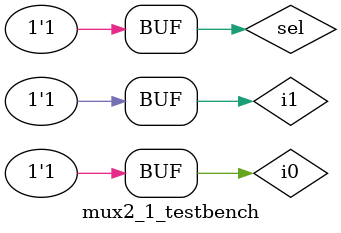
<source format=sv>

/** Simple 2:1 multiplexer
 *
 * Inputs:
 *		i0: Selected when sel==0
 *		i1: Selected when sel==1
 *		sel: selects which signal is passed to the output of the multiplexer
 *
 *	Outputs:
 *		out: This is i0 or i1, based on the value of sel
 *
 * Selects one signal out of two input signals based on sel
 */
`include "delays.sv"

module mux2_1(out, i0, i1, sel);
	output logic out;
	input logic i0, i1, sel;
	
	logic nsel, i1_sel, i0_nsel;
	
	not  #(GATE_DELAY) (nsel, sel);
	and #(GATE_DELAY) (i1_sel, i1, sel);
	and #(GATE_DELAY) (i0_nsel, i0, nsel);
	or #(GATE_DELAY) (out, i1_sel, i0_nsel);

endmodule /* mux2_1 */

/* Testbench for mux2_1 */
module mux2_1_testbench();
	logic out, i0, i1, sel;
	
	mux2_1 dut(.*);
	
	initial begin
		// test all patterns
		sel=0; i0=0; i1=0; #TESTBENCH_DELAY;
		sel=0; i0=0; i1=1; #TESTBENCH_DELAY;
		sel=0; i0=1; i1=0; #TESTBENCH_DELAY;
		sel=0; i0=1; i1=1; #TESTBENCH_DELAY;
		sel=1; i0=0; i1=0; #TESTBENCH_DELAY;
		sel=1; i0=0; i1=1; #TESTBENCH_DELAY;
		sel=1; i0=1; i1=0; #TESTBENCH_DELAY;
		sel=1; i0=1; i1=1; #TESTBENCH_DELAY;
	end 

endmodule /* mux2_1_testbench */
</source>
